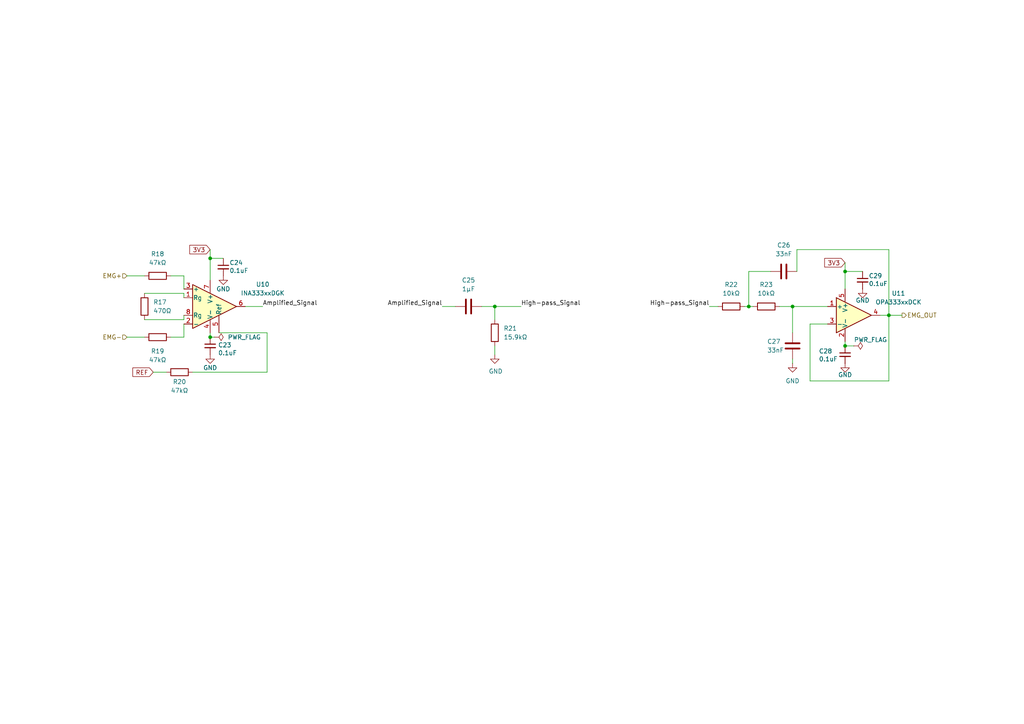
<source format=kicad_sch>
(kicad_sch (version 20250114) (generator "eeschema") (generator_version "9.0")
  (paper "A4")
  (lib_symbols
    (symbol "Amplifier_Instrumentation:INA333xxDGK" (pin_names (offset 0.127))
      (property "Reference" "U" (at 3.81 3.175 0))
      (property "Value" "INA333xxDGK" (at 3.81 -3.175 0))
      (symbol "INA333xxDGK_0_1"
        (polyline (pts (xy 7.62 0) (xy -5.08 6.35) (xy -5.08 -6.35) (xy 7.62 0)) (stroke (width 0.254)) (fill (type background)))
      )
      (symbol "INA333xxDGK_1_1"
        (pin input line (at -7.62 5.08 0) (length 2.54) (name "+") (number "3"))
        (pin passive line (at -7.62 2.54 0) (length 2.54) (name "Rg") (number "1"))
        (pin passive line (at -7.62 -2.54 0) (length 2.54) (name "Rg") (number "8"))
        (pin input line (at -7.62 -5.08 0) (length 2.54) (name "-") (number "2"))
        (pin power_in line (at 0 7.62 270) (length 3.81) (name "V+") (number "7"))
        (pin power_in line (at 0 -7.62 90) (length 3.81) (name "V-") (number "4"))
        (pin input line (at 2.54 -7.62 90) (length 5.08) (name "Ref") (number "5"))
        (pin output line (at 10.16 0 180) (length 2.54) (name "~") (number "6"))
      )
    )
    (symbol "Amplifier_Operational:OPA333xxDCK" (pin_names (offset 0.127))
      (property "Reference" "U" (at 0 5.08 0))
      (property "Value" "OPA333xxDCK" (at 0 -5.08 0))
      (symbol "OPA333xxDCK_0_1"
        (polyline (pts (xy -5.08 5.08) (xy 5.08 0) (xy -5.08 -5.08) (xy -5.08 5.08)) (stroke (width 0.254)) (fill (type background)))
        (pin power_in line (at -2.54 7.62 270) (length 3.81) (name "V+") (number "5"))
        (pin power_in line (at -2.54 -7.62 90) (length 3.81) (name "V-") (number "2"))
      )
      (symbol "OPA333xxDCK_1_1"
        (pin input line (at -7.62 2.54 0) (length 2.54) (name "+") (number "1"))
        (pin input line (at -7.62 -2.54 0) (length 2.54) (name "-") (number "3"))
        (pin output line (at 7.62 0 180) (length 2.54) (name "~") (number "4"))
      )
    )
    (symbol "Device:C" (pin_numbers (hide yes)) (pin_names (offset 0.254))
      (property "Reference" "C" (at 0.635 2.54 0))
      (property "Value" "C" (at 0.635 -2.54 0))
      (symbol "C_0_1"
        (polyline (pts (xy -2.032 0.762) (xy 2.032 0.762)) (stroke (width 0.508)))
        (polyline (pts (xy -2.032 -0.762) (xy 2.032 -0.762)) (stroke (width 0.508)))
      )
      (symbol "C_1_1"
        (pin passive line (at 0 3.81 270) (length 2.794) (name "~") (number "1"))
        (pin passive line (at 0 -3.81 90) (length 2.794) (name "~") (number "2"))
      )
    )
    (symbol "Device:C_Small" (pin_numbers (hide yes)) (pin_names (offset 0.254) (hide yes))
      (property "Reference" "C" (at 0.254 1.778 0))
      (property "Value" "C_Small" (at 0.254 -2.032 0))
      (symbol "C_Small_0_1"
        (polyline (pts (xy -1.524 0.508) (xy 1.524 0.508)) (stroke (width 0.3048)))
        (polyline (pts (xy -1.524 -0.508) (xy 1.524 -0.508)) (stroke (width 0.3302)))
      )
      (symbol "C_Small_1_1"
        (pin passive line (at 0 2.54 270) (length 2.032) (name "~") (number "1"))
        (pin passive line (at 0 -2.54 90) (length 2.032) (name "~") (number "2"))
      )
    )
    (symbol "Device:R" (pin_numbers (hide yes)) (pin_names (offset 0))
      (property "Reference" "R" (at 2.032 0 90))
      (property "Value" "R" (at 0 0 90))
      (symbol "R_0_1"
        (rectangle (start -1.016 -2.54) (end 1.016 2.54) (stroke (width 0.254)))
      )
      (symbol "R_1_1"
        (pin passive line (at 0 3.81 270) (length 1.27) (name "~") (number "1"))
        (pin passive line (at 0 -3.81 90) (length 1.27) (name "~") (number "2"))
      )
    )
    (symbol "power:GND" (power) (pin_numbers (hide yes)) (pin_names (offset 0) (hide yes))
      (property "Value" "GND" (at 0 -3.81 0))
      (symbol "GND_0_1"
        (polyline (pts (xy 0 0) (xy 0 -1.27) (xy 1.27 -1.27) (xy 0 -2.54) (xy -1.27 -1.27) (xy 0 -1.27)))
      )
      (symbol "GND_1_1"
        (pin power_in line (at 0 0 270) (length 0) (name "~") (number "1"))
      )
    )
    (symbol "power:PWR_FLAG" (power) (pin_numbers (hide yes)) (pin_names (offset 0) (hide yes))
      (property "Value" "PWR_FLAG" (at 0 3.81 0))
      (symbol "PWR_FLAG_0_0"
        (pin power_out line (at 0 0 90) (length 0) (name "~") (number "1"))
      )
      (symbol "PWR_FLAG_0_1"
        (polyline (pts (xy 0 0) (xy 0 1.27) (xy -1.016 1.905) (xy 0 2.54) (xy 1.016 1.905) (xy 0 1.27)))
      )
    )
  )
  (junction (at 245.11 78.74))
  (junction (at 60.96 97.79))
  (junction (at 143.51 88.9))
  (junction (at 229.87 88.9))
  (junction (at 60.96 74.93))
  (junction (at 217.17 88.9))
  (junction (at 245.11 100.33))
  (junction (at 257.81 91.44))
  (wire (pts (xy 205.74 88.9) (xy 208.28 88.9)))
  (wire (pts (xy 245.11 78.74) (xy 245.11 83.82)))
  (wire (pts (xy 71.12 88.9) (xy 76.2 88.9)))
  (wire (pts (xy 60.96 74.93) (xy 64.77 74.93)))
  (wire (pts (xy 53.34 91.44) (xy 53.34 92.71)))
  (wire (pts (xy 257.81 72.39) (xy 257.81 91.44)))
  (wire (pts (xy 229.87 104.14) (xy 229.87 105.41)))
  (wire (pts (xy 55.88 107.95) (xy 77.47 107.95)))
  (wire (pts (xy 245.11 99.06) (xy 245.11 100.33)))
  (wire (pts (xy 60.96 74.93) (xy 60.96 81.28)))
  (wire (pts (xy 53.34 80.01) (xy 53.34 83.82)))
  (wire (pts (xy 44.45 107.95) (xy 48.26 107.95)))
  (wire (pts (xy 53.34 93.98) (xy 53.34 97.79)))
  (wire (pts (xy 60.96 96.52) (xy 60.96 97.79)))
  (wire (pts (xy 77.47 96.52) (xy 77.47 107.95)))
  (wire (pts (xy 231.14 72.39) (xy 231.14 78.74)))
  (wire (pts (xy 143.51 88.9) (xy 151.13 88.9)))
  (wire (pts (xy 245.11 76.2) (xy 245.11 78.74)))
  (wire (pts (xy 217.17 78.74) (xy 217.17 88.9)))
  (wire (pts (xy 234.95 93.98) (xy 234.95 110.49)))
  (wire (pts (xy 53.34 92.71) (xy 41.91 92.71)))
  (wire (pts (xy 77.47 96.52) (xy 63.5 96.52)))
  (wire (pts (xy 60.96 97.79) (xy 62.23 97.79)))
  (wire (pts (xy 229.87 88.9) (xy 240.03 88.9)))
  (wire (pts (xy 36.83 97.79) (xy 41.91 97.79)))
  (wire (pts (xy 49.53 80.01) (xy 53.34 80.01)))
  (wire (pts (xy 257.81 91.44) (xy 255.27 91.44)))
  (wire (pts (xy 231.14 72.39) (xy 257.81 72.39)))
  (wire (pts (xy 60.96 72.39) (xy 60.96 74.93)))
  (wire (pts (xy 41.91 85.09) (xy 53.34 85.09)))
  (wire (pts (xy 41.91 80.01) (xy 36.83 80.01)))
  (wire (pts (xy 143.51 100.33) (xy 143.51 102.87)))
  (wire (pts (xy 139.7 88.9) (xy 143.51 88.9)))
  (wire (pts (xy 215.9 88.9) (xy 217.17 88.9)))
  (wire (pts (xy 257.81 91.44) (xy 261.62 91.44)))
  (wire (pts (xy 234.95 110.49) (xy 257.81 110.49)))
  (wire (pts (xy 229.87 88.9) (xy 229.87 96.52)))
  (wire (pts (xy 226.06 88.9) (xy 229.87 88.9)))
  (wire (pts (xy 223.52 78.74) (xy 217.17 78.74)))
  (wire (pts (xy 53.34 97.79) (xy 49.53 97.79)))
  (wire (pts (xy 217.17 88.9) (xy 218.44 88.9)))
  (wire (pts (xy 257.81 110.49) (xy 257.81 91.44)))
  (wire (pts (xy 53.34 85.09) (xy 53.34 86.36)))
  (wire (pts (xy 247.65 100.33) (xy 245.11 100.33)))
  (wire (pts (xy 245.11 78.74) (xy 250.19 78.74)))
  (wire (pts (xy 240.03 93.98) (xy 234.95 93.98)))
  (wire (pts (xy 128.27 88.9) (xy 132.08 88.9)))
  (wire (pts (xy 143.51 88.9) (xy 143.51 92.71)))
  (label "Amplified_Signal" (at 128.27 88.9 180))
  (label "Amplified_Signal" (at 76.2 88.9 0))
  (label "High-pass_Signal" (at 151.13 88.9 0))
  (label "High-pass_Signal" (at 205.74 88.9 180))
  (global_label "REF" (shape input) (at 44.45 107.95 180) (property "Intersheetrefs" "${INTERSHEET_REFS}" (effects (hide yes))))
  (global_label "3V3" (shape input) (at 245.11 76.2 180) (property "Intersheetrefs" "${INTERSHEET_REFS}" (effects (hide yes))))
  (global_label "3V3" (shape input) (at 60.96 72.39 180) (property "Intersheetrefs" "${INTERSHEET_REFS}" (effects (hide yes))))
  (hierarchical_label "EMG-" (shape input) (at 36.83 97.79 180))
  (hierarchical_label "EMG+" (shape input) (at 36.83 80.01 180))
  (hierarchical_label "EMG_OUT" (shape output) (at 261.62 91.44 0))
  (symbol (lib_id "power:GND") (at 143.51 102.87 0) (unit 1)
    (property "Reference" "#PWR019" (effects (hide yes)))
    (property "Value" "GND" (at 143.764 107.696 0))
    (property "Description" "Power symbol creates a global label with name \"GND\" , ground" (effects (hide yes)))
    (instances (project "Perpetuality" (path "" (reference "#PWR023") (unit 1)) (path "" (reference "#PWR014") (unit 1)) (path "" (reference "#PWR037") (unit 1)) (path "" (reference "#PWR019") (unit 1))))
  )
  (symbol (lib_id "Device:R") (at 45.72 80.01 90) (unit 1)
    (property "Reference" "R11" (at 45.72 73.66 90))
    (property "Value" "47kΩ" (at 45.72 76.2 90))
    (property "Footprint" "Resistor_SMD:R_0603_1608Metric" (effects (hide yes)))
    (property "Description" "Resistor" (effects (hide yes)))
    (instances (project "Perpetuality" (path "" (reference "R18") (unit 1)) (path "" (reference "R2") (unit 1)) (path "" (reference "R25") (unit 1)) (path "" (reference "R11") (unit 1))))
  )
  (symbol (lib_id "Device:R") (at 41.91 88.9 180) (unit 1)
    (property "Reference" "R10" (at 44.45 87.6299 0) (effects (justify right)))
    (property "Value" "470Ω" (at 44.45 90.1699 0) (effects (justify right)))
    (property "Footprint" "Resistor_SMD:R_0603_1608Metric" (effects (hide yes)))
    (property "Description" "Resistor" (effects (hide yes)))
    (instances (project "Perpetuality" (path "" (reference "R17") (unit 1)) (path "" (reference "R1") (unit 1)) (path "" (reference "R24") (unit 1)) (path "" (reference "R10") (unit 1))))
  )
  (symbol (lib_id "Device:R") (at 222.25 88.9 90) (unit 1)
    (property "Reference" "R16" (at 222.25 82.55 90))
    (property "Value" "10kΩ" (at 222.25 85.09 90))
    (property "Footprint" "Resistor_SMD:R_0603_1608Metric" (effects (hide yes)))
    (property "Description" "Resistor" (effects (hide yes)))
    (instances (project "Perpetuality" (path "" (reference "R23") (unit 1)) (path "" (reference "R7") (unit 1)) (path "" (reference "R30") (unit 1)) (path "" (reference "R16") (unit 1))))
  )
  (symbol (lib_id "power:GND") (at 250.19 83.82 0) (unit 1)
    (property "Reference" "#PWR032" (effects (hide yes)))
    (property "Value" "GND" (at 250.19 87.122 0))
    (property "Description" "Power symbol creates a global label with name \"GND\" , ground" (effects (hide yes)))
    (instances (project "Perpetuality" (path "" (reference "#PWR034") (unit 1)) (path "" (reference "#PWR020") (unit 1)) (path "" (reference "#PWR040") (unit 1)) (path "" (reference "#PWR032") (unit 1))))
  )
  (symbol (lib_id "power:PWR_FLAG") (at 62.23 97.79 270) (unit 1)
    (property "Reference" "#FLG03" (effects (hide yes)))
    (property "Value" "PWR_FLAG" (at 66.04 97.7899 90) (effects (justify left)))
    (property "Description" "Special symbol for telling ERC where power comes from" (effects (hide yes)))
    (instances (project "" (path "" (reference "#FLG05") (unit 1)) (path "" (reference "#FLG04") (unit 1)) (path "" (reference "#FLG06") (unit 1)) (path "" (reference "#FLG03") (unit 1))))
  )
  (symbol (lib_id "power:PWR_FLAG") (at 247.65 100.33 270) (unit 1)
    (property "Reference" "#FLG07" (effects (hide yes)))
    (property "Value" "PWR_FLAG" (at 247.65 98.552 90) (effects (justify left)))
    (property "Description" "Special symbol for telling ERC where power comes from" (effects (hide yes)))
    (instances (project "Perpetuality" (path "" (reference "#FLG09") (unit 1)) (path "" (reference "#FLG08") (unit 1)) (path "" (reference "#FLG010") (unit 1)) (path "" (reference "#FLG07") (unit 1))))
  )
  (symbol (lib_id "power:GND") (at 64.77 80.01 0) (unit 1)
    (property "Reference" "#PWR028" (effects (hide yes)))
    (property "Value" "GND" (at 64.77 83.82 0))
    (property "Description" "Power symbol creates a global label with name \"GND\" , ground" (effects (hide yes)))
    (instances (project "Perpetuality" (path "" (reference "#PWR022") (unit 1)) (path "" (reference "#PWR013") (unit 1)) (path "" (reference "#PWR036") (unit 1)) (path "" (reference "#PWR028") (unit 1))))
  )
  (symbol (lib_id "Amplifier_Instrumentation:INA333xxDGK") (at 60.96 88.9 0) (unit 1)
    (property "Reference" "U6" (at 76.2 82.4798 0))
    (property "Value" "INA333xxDGK" (at 76.2 85.0198 0))
    (property "Footprint" "Package_SO:VSSOP-8_3x3mm_P0.65mm" (effects (hide yes)))
    (property "Datasheet" "https://www.ti.com/lit/ds/symlink/ina333.pdf" (effects (hide yes)))
    (property "Description" "Zero Drift, Micropower Instrumentation Amplifier G = 1 + 100kOhm/Rg, VSSOP-8" (effects (hide yes)))
    (instances (project "Perpetuality" (path "" (reference "U10") (unit 1)) (path "" (reference "U4") (unit 1)) (path "" (reference "U12") (unit 1)) (path "" (reference "U6") (unit 1))))
  )
  (symbol (lib_id "Device:C") (at 135.89 88.9 90) (unit 1)
    (property "Reference" "C16" (at 135.89 81.28 90))
    (property "Value" "1µF" (at 135.89 83.82 90))
    (property "Footprint" "Capacitor_SMD:C_0603_1608Metric" (effects (hide yes)))
    (property "Description" "Unpolarized capacitor" (effects (hide yes)))
    (instances (project "Perpetuality" (path "" (reference "C25") (unit 1)) (path "" (reference "C8") (unit 1)) (path "" (reference "C32") (unit 1)) (path "" (reference "C16") (unit 1))))
  )
  (symbol (lib_id "Device:C_Small") (at 64.77 77.47 0) (unit 1)
    (property "Reference" "C18" (at 66.548 76.2 0) (effects (justify left)))
    (property "Value" "0.1uF" (at 66.548 78.486 0) (effects (justify left)))
    (property "Footprint" "Capacitor_SMD:C_0603_1608Metric" (effects (hide yes)))
    (property "Description" "Unpolarized capacitor, small symbol" (effects (hide yes)))
    (instances (project "Perpetuality" (path "" (reference "C24") (unit 1)) (path "" (reference "C7") (unit 1)) (path "" (reference "C31") (unit 1)) (path "" (reference "C18") (unit 1))))
  )
  (symbol (lib_id "Device:C_Small") (at 60.96 100.33 0) (unit 1)
    (property "Reference" "C17" (at 63.246 100.076 0) (effects (justify left)))
    (property "Value" "0.1uF" (at 63.246 102.362 0) (effects (justify left)))
    (property "Footprint" "Capacitor_SMD:C_0603_1608Metric" (effects (hide yes)))
    (property "Description" "Unpolarized capacitor, small symbol" (effects (hide yes)))
    (instances (project "Perpetuality" (path "" (reference "C23") (unit 1)) (path "" (reference "C6") (unit 1)) (path "" (reference "C30") (unit 1)) (path "" (reference "C17") (unit 1))))
  )
  (symbol (lib_id "power:GND") (at 245.11 105.41 0) (unit 1)
    (property "Reference" "#PWR031" (effects (hide yes)))
    (property "Value" "GND" (at 245.11 108.712 0))
    (property "Description" "Power symbol creates a global label with name \"GND\" , ground" (effects (hide yes)))
    (instances (project "Perpetuality" (path "" (reference "#PWR033") (unit 1)) (path "" (reference "#PWR016") (unit 1)) (path "" (reference "#PWR039") (unit 1)) (path "" (reference "#PWR031") (unit 1))))
  )
  (symbol (lib_id "Device:C") (at 227.33 78.74 90) (unit 1)
    (property "Reference" "C20" (at 227.33 71.12 90))
    (property "Value" "33nF" (at 227.33 73.66 90))
    (property "Footprint" "Capacitor_SMD:C_0603_1608Metric" (effects (hide yes)))
    (property "Description" "Unpolarized capacitor" (effects (hide yes)))
    (instances (project "Perpetuality" (path "" (reference "C26") (unit 1)) (path "" (reference "C11") (unit 1)) (path "" (reference "C33") (unit 1)) (path "" (reference "C20") (unit 1))))
  )
  (symbol (lib_id "Device:R") (at 52.07 107.95 90) (unit 1)
    (property "Reference" "R13" (at 52.07 110.744 90))
    (property "Value" "47kΩ" (at 52.07 113.284 90))
    (property "Footprint" "Resistor_SMD:R_0603_1608Metric" (effects (hide yes)))
    (property "Description" "Resistor" (effects (hide yes)))
    (instances (project "Perpetuality" (path "" (reference "R20") (unit 1)) (path "" (reference "R4") (unit 1)) (path "" (reference "R27") (unit 1)) (path "" (reference "R13") (unit 1))))
  )
  (symbol (lib_id "Device:C_Small") (at 250.19 81.28 0) (unit 1)
    (property "Reference" "C22" (at 251.968 80.01 0) (effects (justify left)))
    (property "Value" "0.1uF" (at 251.968 82.296 0) (effects (justify left)))
    (property "Footprint" "Capacitor_SMD:C_0603_1608Metric" (effects (hide yes)))
    (property "Description" "Unpolarized capacitor, small symbol" (effects (hide yes)))
    (instances (project "Perpetuality" (path "" (reference "C29") (unit 1)) (path "" (reference "C14") (unit 1)) (path "" (reference "C36") (unit 1)) (path "" (reference "C22") (unit 1))))
  )
  (symbol (lib_id "power:GND") (at 60.96 102.87 0) (unit 1)
    (property "Reference" "#PWR027" (effects (hide yes)))
    (property "Value" "GND" (at 60.96 106.68 0))
    (property "Description" "Power symbol creates a global label with name \"GND\" , ground" (effects (hide yes)))
    (instances (project "Perpetuality" (path "" (reference "#PWR021") (unit 1)) (path "" (reference "#PWR012") (unit 1)) (path "" (reference "#PWR035") (unit 1)) (path "" (reference "#PWR027") (unit 1))))
  )
  (symbol (lib_id "Device:R") (at 45.72 97.79 90) (unit 1)
    (property "Reference" "R12" (at 45.72 101.854 90))
    (property "Value" "47kΩ" (at 45.72 104.394 90))
    (property "Footprint" "Resistor_SMD:R_0603_1608Metric" (effects (hide yes)))
    (property "Description" "Resistor" (effects (hide yes)))
    (instances (project "Perpetuality" (path "" (reference "R19") (unit 1)) (path "" (reference "R3") (unit 1)) (path "" (reference "R26") (unit 1)) (path "" (reference "R12") (unit 1))))
  )
  (symbol (lib_id "Device:C_Small") (at 245.11 102.87 0) (unit 1)
    (property "Reference" "C21" (at 237.49 101.854 0) (effects (justify left)))
    (property "Value" "0.1uF" (at 237.49 104.14 0) (effects (justify left)))
    (property "Footprint" "Capacitor_SMD:C_0603_1608Metric" (effects (hide yes)))
    (property "Description" "Unpolarized capacitor, small symbol" (effects (hide yes)))
    (instances (project "Perpetuality" (path "" (reference "C28") (unit 1)) (path "" (reference "C13") (unit 1)) (path "" (reference "C35") (unit 1)) (path "" (reference "C21") (unit 1))))
  )
  (symbol (lib_id "Device:C") (at 229.87 100.33 180) (unit 1)
    (property "Reference" "C19" (at 222.504 99.06 0) (effects (justify right)))
    (property "Value" "33nF" (at 222.504 101.6 0) (effects (justify right)))
    (property "Footprint" "Capacitor_SMD:C_0603_1608Metric" (effects (hide yes)))
    (property "Description" "Unpolarized capacitor" (effects (hide yes)))
    (instances (project "Perpetuality" (path "" (reference "C27") (unit 1)) (path "" (reference "C12") (unit 1)) (path "" (reference "C34") (unit 1)) (path "" (reference "C19") (unit 1))))
  )
  (symbol (lib_id "Device:R") (at 143.51 96.52 180) (unit 1)
    (property "Reference" "R14" (at 146.05 95.2499 0) (effects (justify right)))
    (property "Value" "15.9kΩ" (at 146.05 97.7899 0) (effects (justify right)))
    (property "Footprint" "Resistor_SMD:R_0603_1608Metric" (effects (hide yes)))
    (property "Description" "Resistor" (effects (hide yes)))
    (instances (project "Perpetuality" (path "" (reference "R21") (unit 1)) (path "" (reference "R5") (unit 1)) (path "" (reference "R28") (unit 1)) (path "" (reference "R14") (unit 1))))
  )
  (symbol (lib_id "Device:R") (at 212.09 88.9 90) (unit 1)
    (property "Reference" "R15" (at 212.09 82.55 90))
    (property "Value" "10kΩ" (at 212.09 85.09 90))
    (property "Footprint" "Resistor_SMD:R_0603_1608Metric" (effects (hide yes)))
    (property "Description" "Resistor" (effects (hide yes)))
    (instances (project "Perpetuality" (path "" (reference "R22") (unit 1)) (path "" (reference "R6") (unit 1)) (path "" (reference "R29") (unit 1)) (path "" (reference "R15") (unit 1))))
  )
  (symbol (lib_id "Amplifier_Operational:OPA333xxDCK") (at 247.65 91.44 0) (unit 1)
    (property "Reference" "U9" (at 260.604 85.09 0))
    (property "Value" "OPA333xxDCK" (at 260.604 87.63 0))
    (property "Footprint" "Package_TO_SOT_SMD:SOT-353_SC-70-5" (effects (hide yes)))
    (property "Datasheet" "http://www.ti.com/lit/ds/symlink/opa333.pdf" (effects (hide yes)))
    (property "Description" "Single 1.8V, microPower, CMOS Operational Amplifiers, Zero-Drift Series, SC-70-5" (effects (hide yes)))
    (instances (project "Perpetuality" (path "" (reference "U11") (unit 1)) (path "" (reference "U5") (unit 1)) (path "" (reference "U13") (unit 1)) (path "" (reference "U9") (unit 1))))
  )
  (symbol (lib_id "power:GND") (at 229.87 105.41 0) (unit 1)
    (property "Reference" "#PWR029" (effects (hide yes)))
    (property "Value" "GND" (at 229.87 110.49 0))
    (property "Description" "Power symbol creates a global label with name \"GND\" , ground" (effects (hide yes)))
    (instances (project "Perpetuality" (path "" (reference "#PWR030") (unit 1)) (path "" (reference "#PWR015") (unit 1)) (path "" (reference "#PWR038") (unit 1)) (path "" (reference "#PWR029") (unit 1))))
  )
)
</source>
